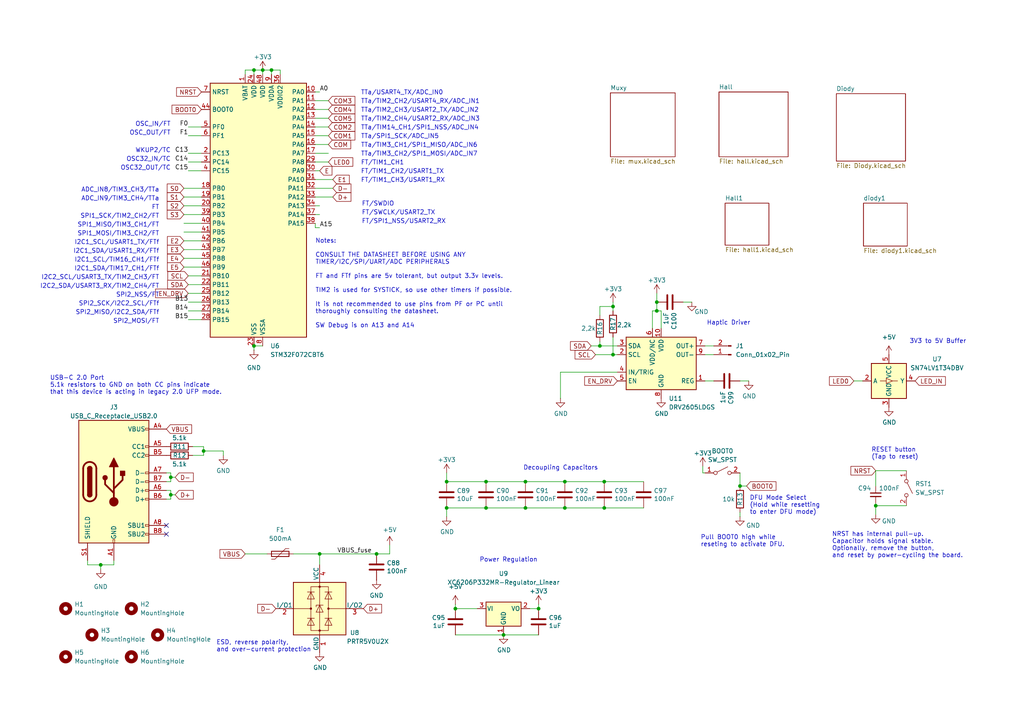
<source format=kicad_sch>
(kicad_sch (version 20231120) (generator "eeschema") (generator_version "8.0")
  (paper "A4")
  (lib_symbols
    (symbol "+5V_1" (power) (pin_names (offset 0))
      (property "Value" "+5V_1" (at 0 3.556 0))
      (symbol "+5V_1_0_1"
        (polyline (pts (xy -0.762 1.27) (xy 0 2.54)))
        (polyline (pts (xy 0 0) (xy 0 2.54)))
        (polyline (pts (xy 0 2.54) (xy 0.762 1.27)))
      )
      (symbol "+5V_1_1_1"
        (pin power_in line (at 0 0 90) (length 0) hide (name "+5V") (number "1"))
      )
    )
    (symbol "Connector:Conn_01x02_Pin" (pin_names (offset 1.016) hide)
      (property "Reference" "J" (at 0 2.54 0))
      (property "Value" "Conn_01x02_Pin" (at 0 -5.08 0))
      (symbol "Conn_01x02_Pin_1_1"
        (polyline (pts (xy 1.27 -2.54) (xy 0.8636 -2.54)) (stroke (width 0.1524)))
        (polyline (pts (xy 1.27 0) (xy 0.8636 0)) (stroke (width 0.1524)))
        (rectangle (start 0.8636 -2.413) (end 0 -2.667) (stroke (width 0.1524)) (fill (type outline)))
        (rectangle (start 0.8636 0.127) (end 0 -0.127) (stroke (width 0.1524)) (fill (type outline)))
        (pin passive line (at 5.08 0 180) (length 3.81) (name "Pin_1") (number "1"))
        (pin passive line (at 5.08 -2.54 180) (length 3.81) (name "Pin_2") (number "2"))
      )
    )
    (symbol "Connector:USB_C_Receptacle_USB2.0" (pin_names (offset 1.016))
      (property "Reference" "J" (at -10.16 19.05 0))
      (property "Value" "USB_C_Receptacle_USB2.0" (at 19.05 19.05 0))
      (symbol "USB_C_Receptacle_USB2.0_0_0"
        (rectangle (start -0.254 -17.78) (end 0.254 -16.764))
        (rectangle (start 10.16 -14.986) (end 9.144 -15.494))
        (rectangle (start 10.16 -12.446) (end 9.144 -12.954))
        (rectangle (start 10.16 -4.826) (end 9.144 -5.334))
        (rectangle (start 10.16 -2.286) (end 9.144 -2.794))
        (rectangle (start 10.16 0.254) (end 9.144 -0.254))
        (rectangle (start 10.16 2.794) (end 9.144 2.286))
        (rectangle (start 10.16 7.874) (end 9.144 7.366))
        (rectangle (start 10.16 10.414) (end 9.144 9.906))
        (rectangle (start 10.16 15.494) (end 9.144 14.986))
      )
      (symbol "USB_C_Receptacle_USB2.0_0_1"
        (rectangle (start -10.16 17.78) (end 10.16 -17.78) (stroke (width 0.254)) (fill (type background)))
        (arc (start -8.89 -3.81) (mid -6.985 -5.7067) (end -5.08 -3.81) (stroke (width 0.508)))
        (arc (start -7.62 -3.81) (mid -6.985 -4.4423) (end -6.35 -3.81) (stroke (width 0.254)))
        (arc (start -7.62 -3.81) (mid -6.985 -4.4423) (end -6.35 -3.81) (stroke (width 0.254)) (fill (type outline)))
        (rectangle (start -7.62 -3.81) (end -6.35 3.81) (stroke (width 0.254)) (fill (type outline)))
        (arc (start -6.35 3.81) (mid -6.985 4.4423) (end -7.62 3.81) (stroke (width 0.254)))
        (arc (start -6.35 3.81) (mid -6.985 4.4423) (end -7.62 3.81) (stroke (width 0.254)) (fill (type outline)))
        (arc (start -5.08 3.81) (mid -6.985 5.7067) (end -8.89 3.81) (stroke (width 0.508)))
        (circle (center -2.54 1.143) (radius 0.635) (stroke (width 0.254)) (fill (type outline)))
        (circle (center 0 -5.842) (radius 1.27) (fill (type outline)))
        (polyline (pts (xy -8.89 -3.81) (xy -8.89 3.81)) (stroke (width 0.508)))
        (polyline (pts (xy -5.08 3.81) (xy -5.08 -3.81)) (stroke (width 0.508)))
        (polyline (pts (xy 0 -5.842) (xy 0 4.318)) (stroke (width 0.508)))
        (polyline (pts (xy 0 -3.302) (xy -2.54 -0.762) (xy -2.54 0.508)) (stroke (width 0.508)))
        (polyline (pts (xy 0 -2.032) (xy 2.54 0.508) (xy 2.54 1.778)) (stroke (width 0.508)))
        (polyline (pts (xy -1.27 4.318) (xy 0 6.858) (xy 1.27 4.318) (xy -1.27 4.318)) (stroke (width 0.254)) (fill (type outline)))
        (rectangle (start 1.905 1.778) (end 3.175 3.048) (stroke (width 0.254)) (fill (type outline)))
      )
      (symbol "USB_C_Receptacle_USB2.0_1_1"
        (pin passive line (at 0 -22.86 90) (length 5.08) (name "GND") (number "A1"))
        (pin passive line (at 0 -22.86 90) (length 5.08) hide (name "GND") (number "A12"))
        (pin passive line (at 15.24 15.24 180) (length 5.08) (name "VBUS") (number "A4"))
        (pin bidirectional line (at 15.24 10.16 180) (length 5.08) (name "CC1") (number "A5"))
        (pin bidirectional line (at 15.24 -2.54 180) (length 5.08) (name "D+") (number "A6"))
        (pin bidirectional line (at 15.24 2.54 180) (length 5.08) (name "D-") (number "A7"))
        (pin bidirectional line (at 15.24 -12.7 180) (length 5.08) (name "SBU1") (number "A8"))
        (pin passive line (at 15.24 15.24 180) (length 5.08) hide (name "VBUS") (number "A9"))
        (pin passive line (at 0 -22.86 90) (length 5.08) hide (name "GND") (number "B1"))
        (pin passive line (at 0 -22.86 90) (length 5.08) hide (name "GND") (number "B12"))
        (pin passive line (at 15.24 15.24 180) (length 5.08) hide (name "VBUS") (number "B4"))
        (pin bidirectional line (at 15.24 7.62 180) (length 5.08) (name "CC2") (number "B5"))
        (pin bidirectional line (at 15.24 -5.08 180) (length 5.08) (name "D+") (number "B6"))
        (pin bidirectional line (at 15.24 0 180) (length 5.08) (name "D-") (number "B7"))
        (pin bidirectional line (at 15.24 -15.24 180) (length 5.08) (name "SBU2") (number "B8"))
        (pin passive line (at 15.24 15.24 180) (length 5.08) hide (name "VBUS") (number "B9"))
        (pin passive line (at -7.62 -22.86 90) (length 5.08) (name "SHIELD") (number "S1"))
      )
    )
    (symbol "Device:C" (pin_numbers hide) (pin_names (offset 0.254))
      (property "Reference" "C" (at 0.635 2.54 0))
      (property "Value" "C" (at 0.635 -2.54 0))
      (symbol "C_0_1"
        (polyline (pts (xy -2.032 -0.762) (xy 2.032 -0.762)) (stroke (width 0.508)))
        (polyline (pts (xy -2.032 0.762) (xy 2.032 0.762)) (stroke (width 0.508)))
      )
      (symbol "C_1_1"
        (pin passive line (at 0 3.81 270) (length 2.794) (name "~") (number "1"))
        (pin passive line (at 0 -3.81 90) (length 2.794) (name "~") (number "2"))
      )
    )
    (symbol "Device:C_Small" (pin_numbers hide) (pin_names (offset 0.254) hide)
      (property "Reference" "C" (at 0.254 1.778 0))
      (property "Value" "C_Small" (at 0.254 -2.032 0))
      (symbol "C_Small_0_1"
        (polyline (pts (xy -1.524 -0.508) (xy 1.524 -0.508)) (stroke (width 0.3302)))
        (polyline (pts (xy -1.524 0.508) (xy 1.524 0.508)) (stroke (width 0.3048)))
      )
      (symbol "C_Small_1_1"
        (pin passive line (at 0 2.54 270) (length 2.032) (name "~") (number "1"))
        (pin passive line (at 0 -2.54 90) (length 2.032) (name "~") (number "2"))
      )
    )
    (symbol "Device:Polyfuse" (pin_numbers hide) (pin_names (offset 0))
      (property "Reference" "F" (at -2.54 0 90))
      (property "Value" "Polyfuse" (at 2.54 0 90))
      (symbol "Polyfuse_0_1"
        (rectangle (start -0.762 2.54) (end 0.762 -2.54) (stroke (width 0.254)))
        (polyline (pts (xy 0 2.54) (xy 0 -2.54)))
        (polyline (pts (xy -1.524 2.54) (xy -1.524 1.524) (xy 1.524 -1.524) (xy 1.524 -2.54)))
      )
      (symbol "Polyfuse_1_1"
        (pin passive line (at 0 3.81 270) (length 1.27) (name "~") (number "1"))
        (pin passive line (at 0 -3.81 90) (length 1.27) (name "~") (number "2"))
      )
    )
    (symbol "Device:R" (pin_numbers hide) (pin_names (offset 0))
      (property "Reference" "R" (at 2.032 0 90))
      (property "Value" "R" (at 0 0 90))
      (symbol "R_0_1"
        (rectangle (start -1.016 -2.54) (end 1.016 2.54) (stroke (width 0.254)))
      )
      (symbol "R_1_1"
        (pin passive line (at 0 3.81 270) (length 1.27) (name "~") (number "1"))
        (pin passive line (at 0 -3.81 90) (length 1.27) (name "~") (number "2"))
      )
    )
    (symbol "Driver_Haptic:DRV2605LDGS"
      (property "Reference" "U" (at -10.16 8.255 0))
      (property "Value" "DRV2605LDGS" (at 2.54 -8.89 0))
      (symbol "DRV2605LDGS_0_1"
        (rectangle (start -10.16 7.62) (end 10.16 -7.62) (stroke (width 0.254)) (fill (type background)))
      )
      (symbol "DRV2605LDGS_1_1"
        (pin passive line (at 12.7 -5.08 180) (length 2.54) (name "REG") (number "1"))
        (pin power_in line (at 0 10.16 270) (length 2.54) (name "VDD") (number "10"))
        (pin input line (at -12.7 2.54 0) (length 2.54) (name "SCL") (number "2"))
        (pin bidirectional line (at -12.7 5.08 0) (length 2.54) (name "SDA") (number "3"))
        (pin input line (at -12.7 -2.54 0) (length 2.54) (name "IN/TRIG") (number "4"))
        (pin input line (at -12.7 -5.08 0) (length 2.54) (name "EN") (number "5"))
        (pin power_in line (at -2.54 10.16 270) (length 2.54) (name "VDD/NC") (number "6"))
        (pin output line (at 12.7 5.08 180) (length 2.54) (name "OUT+") (number "7"))
        (pin power_in line (at 0 -10.16 90) (length 2.54) (name "GND") (number "8"))
        (pin output line (at 12.7 2.54 180) (length 2.54) (name "OUT-") (number "9"))
      )
    )
    (symbol "Logic_LevelTranslator:SN74LV1T34DBV"
      (property "Reference" "U" (at 5.08 6.35 0))
      (property "Value" "SN74LV1T34DBV" (at 5.08 3.81 0))
      (symbol "SN74LV1T34DBV_0_1"
        (rectangle (start -5.08 5.08) (end 5.08 -5.08) (stroke (width 0.254)) (fill (type background)))
        (polyline (pts (xy -0.762 0) (xy -2.54 0)))
        (polyline (pts (xy 1.016 0) (xy 2.54 0)))
      )
      (symbol "SN74LV1T34DBV_1_1"
        (polyline (pts (xy -0.762 -0.762) (xy -0.762 0.762) (xy 1.016 0) (xy -0.762 -0.762)))
        (pin no_connect line (at -5.08 2.54 0) (length 2.54) hide (name "NC") (number "1"))
        (pin input line (at -7.62 0 0) (length 2.54) (name "A") (number "2"))
        (pin power_in line (at 0 -7.62 90) (length 2.54) (name "GND") (number "3"))
        (pin output line (at 7.62 0 180) (length 2.54) (name "Y") (number "4"))
        (pin power_in line (at 0 7.62 270) (length 2.54) (name "VCC") (number "5"))
      )
    )
    (symbol "MCU_ST_STM32F0:STM32F072CBTx"
      (property "Reference" "U" (at -12.7 39.37 0))
      (property "Value" "STM32F072CBTx" (at 10.16 39.37 0))
      (symbol "STM32F072CBTx_0_1"
        (rectangle (start -12.7 -35.56) (end 15.24 38.1) (stroke (width 0.254)) (fill (type background)))
      )
      (symbol "STM32F072CBTx_1_1"
        (pin power_in line (at -2.54 40.64 270) (length 2.54) (name "VBAT") (number "1"))
        (pin bidirectional line (at 17.78 35.56 180) (length 2.54) (name "PA0") (number "10"))
        (pin bidirectional line (at 17.78 33.02 180) (length 2.54) (name "PA1") (number "11"))
        (pin bidirectional line (at 17.78 30.48 180) (length 2.54) (name "PA2") (number "12"))
        (pin bidirectional line (at 17.78 27.94 180) (length 2.54) (name "PA3") (number "13"))
        (pin bidirectional line (at 17.78 25.4 180) (length 2.54) (name "PA4") (number "14"))
        (pin bidirectional line (at 17.78 22.86 180) (length 2.54) (name "PA5") (number "15"))
        (pin bidirectional line (at 17.78 20.32 180) (length 2.54) (name "PA6") (number "16"))
        (pin bidirectional line (at 17.78 17.78 180) (length 2.54) (name "PA7") (number "17"))
        (pin bidirectional line (at -15.24 7.62 0) (length 2.54) (name "PB0") (number "18"))
        (pin bidirectional line (at -15.24 5.08 0) (length 2.54) (name "PB1") (number "19"))
        (pin bidirectional line (at -15.24 17.78 0) (length 2.54) (name "PC13") (number "2"))
        (pin bidirectional line (at -15.24 2.54 0) (length 2.54) (name "PB2") (number "20"))
        (pin bidirectional line (at -15.24 -17.78 0) (length 2.54) (name "PB10") (number "21"))
        (pin bidirectional line (at -15.24 -20.32 0) (length 2.54) (name "PB11") (number "22"))
        (pin power_in line (at 0 -38.1 90) (length 2.54) (name "VSS") (number "23"))
        (pin power_in line (at 0 40.64 270) (length 2.54) (name "VDD") (number "24"))
        (pin bidirectional line (at -15.24 -22.86 0) (length 2.54) (name "PB12") (number "25"))
        (pin bidirectional line (at -15.24 -25.4 0) (length 2.54) (name "PB13") (number "26"))
        (pin bidirectional line (at -15.24 -27.94 0) (length 2.54) (name "PB14") (number "27"))
        (pin bidirectional line (at -15.24 -30.48 0) (length 2.54) (name "PB15") (number "28"))
        (pin bidirectional line (at 17.78 15.24 180) (length 2.54) (name "PA8") (number "29"))
        (pin bidirectional line (at -15.24 15.24 0) (length 2.54) (name "PC14") (number "3"))
        (pin bidirectional line (at 17.78 12.7 180) (length 2.54) (name "PA9") (number "30"))
        (pin bidirectional line (at 17.78 10.16 180) (length 2.54) (name "PA10") (number "31"))
        (pin bidirectional line (at 17.78 7.62 180) (length 2.54) (name "PA11") (number "32"))
        (pin bidirectional line (at 17.78 5.08 180) (length 2.54) (name "PA12") (number "33"))
        (pin bidirectional line (at 17.78 2.54 180) (length 2.54) (name "PA13") (number "34"))
        (pin passive line (at 0 -38.1 90) (length 2.54) hide (name "VSS") (number "35"))
        (pin power_in line (at 7.62 40.64 270) (length 2.54) (name "VDDIO2") (number "36"))
        (pin bidirectional line (at 17.78 0 180) (length 2.54) (name "PA14") (number "37"))
        (pin bidirectional line (at 17.78 -2.54 180) (length 2.54) (name "PA15") (number "38"))
        (pin bidirectional line (at -15.24 0 0) (length 2.54) (name "PB3") (number "39"))
        (pin bidirectional line (at -15.24 12.7 0) (length 2.54) (name "PC15") (number "4"))
        (pin bidirectional line (at -15.24 -2.54 0) (length 2.54) (name "PB4") (number "40"))
        (pin bidirectional line (at -15.24 -5.08 0) (length 2.54) (name "PB5") (number "41"))
        (pin bidirectional line (at -15.24 -7.62 0) (length 2.54) (name "PB6") (number "42"))
        (pin bidirectional line (at -15.24 -10.16 0) (length 2.54) (name "PB7") (number "43"))
        (pin input line (at -15.24 30.48 0) (length 2.54) (name "BOOT0") (number "44"))
        (pin bidirectional line (at -15.24 -12.7 0) (length 2.54) (name "PB8") (number "45"))
        (pin bidirectional line (at -15.24 -15.24 0) (length 2.54) (name "PB9") (number "46"))
        (pin passive line (at 0 -38.1 90) (length 2.54) hide (name "VSS") (number "47"))
        (pin power_in line (at 2.54 40.64 270) (length 2.54) (name "VDD") (number "48"))
        (pin bidirectional line (at -15.24 25.4 0) (length 2.54) (name "PF0") (number "5"))
        (pin bidirectional line (at -15.24 22.86 0) (length 2.54) (name "PF1") (number "6"))
        (pin input line (at -15.24 35.56 0) (length 2.54) (name "NRST") (number "7"))
        (pin power_in line (at 2.54 -38.1 90) (length 2.54) (name "VSSA") (number "8"))
        (pin power_in line (at 5.08 40.64 270) (length 2.54) (name "VDDA") (number "9"))
      )
    )
    (symbol "Mechanical:MountingHole" (pin_names (offset 1.016)) (exclude_from_sim yes) (in_bom no)
      (property "Reference" "H" (at 0 5.08 0))
      (property "Value" "MountingHole" (at 0 3.175 0))
      (symbol "MountingHole_0_1"
        (circle (center 0 0) (radius 1.27) (stroke (width 1.27)))
      )
    )
    (symbol "Power_Protection:PRTR5V0U2X" (pin_names (offset 0))
      (property "Reference" "D" (at 2.794 8.636 0))
      (property "Value" "PRTR5V0U2X" (at 8.128 -9.398 0))
      (symbol "PRTR5V0U2X_0_1"
        (rectangle (start -7.62 -7.62) (end 7.62 7.62) (stroke (width 0.254)) (fill (type background)))
        (circle (center -2.54 0) (radius 0.254) (fill (type outline)))
        (rectangle (start -2.54 6.35) (end 2.54 -6.35))
        (circle (center 0 -6.35) (radius 0.254) (fill (type outline)))
        (polyline (pts (xy -2.54 0) (xy -7.62 0)))
        (polyline (pts (xy -1.524 -2.794) (xy -3.556 -2.794)))
        (polyline (pts (xy -1.524 4.826) (xy -3.556 4.826)))
        (polyline (pts (xy 0 -7.62) (xy 0 7.62)))
        (polyline (pts (xy 1.524 -2.794) (xy 3.556 -2.794)))
        (polyline (pts (xy 1.524 4.826) (xy 3.556 4.826)))
        (polyline (pts (xy 2.54 0) (xy 7.62 0)))
        (polyline (pts (xy 1.016 1.016) (xy -1.016 1.016) (xy -1.016 0.508)))
        (polyline (pts (xy -3.556 -4.826) (xy -1.524 -4.826) (xy -2.54 -2.794) (xy -3.556 -4.826)))
        (polyline (pts (xy -3.556 2.794) (xy -1.524 2.794) (xy -2.54 4.826) (xy -3.556 2.794)))
        (polyline (pts (xy -1.016 -1.016) (xy 1.016 -1.016) (xy 0 1.016) (xy -1.016 -1.016)))
        (polyline (pts (xy 3.556 -4.826) (xy 1.524 -4.826) (xy 2.54 -2.794) (xy 3.556 -4.826)))
        (polyline (pts (xy 3.556 2.794) (xy 1.524 2.794) (xy 2.54 4.826) (xy 3.556 2.794)))
        (circle (center 0 6.35) (radius 0.254) (fill (type outline)))
        (circle (center 2.54 0) (radius 0.254) (fill (type outline)))
      )
      (symbol "PRTR5V0U2X_1_1"
        (pin passive line (at 0 -12.7 90) (length 5.08) (name "GND") (number "1"))
        (pin passive line (at -12.7 0 0) (length 5.08) (name "I/O1") (number "2"))
        (pin passive line (at 12.7 0 180) (length 5.08) (name "I/O2") (number "3"))
        (pin passive line (at 0 12.7 270) (length 5.08) (name "VCC") (number "4"))
      )
    )
    (symbol "Switch:SW_SPST" (pin_names (offset 0) hide)
      (property "Reference" "SW" (at 0 3.175 0))
      (property "Value" "SW_SPST" (at 0 -2.54 0))
      (symbol "SW_SPST_0_0"
        (circle (center -2.032 0) (radius 0.508))
        (polyline (pts (xy -1.524 0.254) (xy 1.524 1.778)))
        (circle (center 2.032 0) (radius 0.508))
      )
      (symbol "SW_SPST_1_1"
        (pin passive line (at -5.08 0 0) (length 2.54) (name "A") (number "1"))
        (pin passive line (at 5.08 0 180) (length 2.54) (name "B") (number "2"))
      )
    )
    (symbol "kicad-keyboard-parts:XC6206PxxxMR-Regulator_Linear" (pin_names (offset 0.254))
      (property "Reference" "U" (at -3.81 3.175 0))
      (property "Value" "XC6206PxxxMR-Regulator_Linear" (at 0 3.175 0))
      (property "LCSC" "C5446" (at 0 0 0))
      (symbol "XC6206PxxxMR-Regulator_Linear_0_1"
        (rectangle (start -5.08 1.905) (end 5.08 -5.08) (stroke (width 0.254)) (fill (type background)))
      )
      (symbol "XC6206PxxxMR-Regulator_Linear_1_1"
        (pin power_in line (at 0 -7.62 90) (length 2.54) (name "GND") (number "1"))
        (pin power_out line (at 7.62 0 180) (length 2.54) (name "VO") (number "2"))
        (pin power_in line (at -7.62 0 0) (length 2.54) (name "VI") (number "3"))
      )
    )
    (symbol "power:+3V3" (power) (pin_names (offset 0))
      (property "Value" "+3V3" (at 0 3.556 0))
      (symbol "+3V3_0_1"
        (polyline (pts (xy -0.762 1.27) (xy 0 2.54)))
        (polyline (pts (xy 0 0) (xy 0 2.54)))
        (polyline (pts (xy 0 2.54) (xy 0.762 1.27)))
      )
      (symbol "+3V3_1_1"
        (pin power_in line (at 0 0 90) (length 0) hide (name "+3V3") (number "1"))
      )
    )
    (symbol "power:+5V" (power) (pin_numbers hide) (pin_names (offset 0) hide)
      (property "Value" "+5V" (at 0 3.556 0))
      (symbol "+5V_0_1"
        (polyline (pts (xy -0.762 1.27) (xy 0 2.54)))
        (polyline (pts (xy 0 0) (xy 0 2.54)))
        (polyline (pts (xy 0 2.54) (xy 0.762 1.27)))
      )
      (symbol "+5V_1_1"
        (pin power_in line (at 0 0 90) (length 0) (name "~") (number "1"))
      )
    )
    (symbol "power:GND" (power) (pin_numbers hide) (pin_names (offset 0) hide)
      (property "Value" "GND" (at 0 -3.81 0))
      (symbol "GND_0_1"
        (polyline (pts (xy 0 0) (xy 0 -1.27) (xy 1.27 -1.27) (xy 0 -2.54) (xy -1.27 -1.27) (xy 0 -1.27)))
      )
      (symbol "GND_1_1"
        (pin power_in line (at 0 0 270) (length 0) (name "~") (number "1"))
      )
    )
  )
  (junction (at 49.53 143.51))
  (junction (at 29.21 163.83))
  (junction (at 129.54 139.7))
  (junction (at 132.08 176.53))
  (junction (at 156.21 176.53))
  (junction (at 177.8 88.9))
  (junction (at 254 146.685))
  (junction (at 78.74 20.32))
  (junction (at 214.63 140.97))
  (junction (at 177.8 102.87))
  (junction (at 49.53 138.43))
  (junction (at 73.66 20.32))
  (junction (at 109.22 160.655))
  (junction (at 92.71 160.655))
  (junction (at 59.055 130.81))
  (junction (at 152.4 139.7))
  (junction (at 163.83 147.32))
  (junction (at 140.97 147.32))
  (junction (at 129.54 147.32))
  (junction (at 175.26 139.7))
  (junction (at 190.5 90.17))
  (junction (at 73.66 100.33))
  (junction (at 140.97 139.7))
  (junction (at 175.26 147.32))
  (junction (at 190.5 87.63))
  (junction (at 76.2 20.32))
  (junction (at 146.05 184.15))
  (junction (at 152.4 147.32))
  (junction (at 173.99 100.33))
  (junction (at 163.83 139.7))
  (no_connect (at 48.26 154.94))
  (no_connect (at 48.26 152.4))
  (wire (pts (xy 254 146.685) (xy 254 146.05)))
  (wire (pts (xy 71.12 160.655) (xy 77.47 160.655)))
  (wire (pts (xy 162.56 115.57) (xy 162.56 107.95)))
  (wire (pts (xy 96.52 54.61) (xy 91.44 54.61)))
  (wire (pts (xy 91.44 44.45) (xy 95.25 44.45)))
  (wire (pts (xy 214.63 140.97) (xy 216.535 140.97)))
  (wire (pts (xy 55.88 132.08) (xy 59.055 132.08)))
  (wire (pts (xy 53.34 77.47) (xy 58.42 77.47)))
  (wire (pts (xy 29.21 163.83) (xy 33.02 163.83)))
  (wire (pts (xy 254 149.225) (xy 254 146.685)))
  (wire (pts (xy 177.8 102.87) (xy 179.07 102.87)))
  (wire (pts (xy 214.63 148.59) (xy 214.63 149.86)))
  (wire (pts (xy 54.61 39.37) (xy 58.42 39.37)))
  (wire (pts (xy 71.12 20.32) (xy 73.66 20.32)))
  (wire (pts (xy 91.44 36.83) (xy 95.25 36.83)))
  (wire (pts (xy 162.56 107.95) (xy 179.07 107.95)))
  (wire (pts (xy 53.34 54.61) (xy 58.42 54.61)))
  (wire (pts (xy 171.45 100.33) (xy 173.99 100.33)))
  (wire (pts (xy 59.055 132.08) (xy 59.055 130.81)))
  (wire (pts (xy 189.23 90.17) (xy 190.5 90.17)))
  (wire (pts (xy 204.47 102.87) (xy 207.01 102.87)))
  (wire (pts (xy 91.44 39.37) (xy 95.25 39.37)))
  (wire (pts (xy 54.61 46.99) (xy 58.42 46.99)))
  (wire (pts (xy 81.28 20.32) (xy 81.28 21.59)))
  (wire (pts (xy 153.67 176.53) (xy 156.21 176.53)))
  (wire (pts (xy 53.34 57.15) (xy 58.42 57.15)))
  (wire (pts (xy 214.63 110.49) (xy 217.17 110.49)))
  (wire (pts (xy 152.4 139.7) (xy 140.97 139.7)))
  (wire (pts (xy 76.2 20.32) (xy 76.2 21.59)))
  (wire (pts (xy 49.53 138.43) (xy 49.53 139.7)))
  (wire (pts (xy 173.99 100.33) (xy 179.07 100.33)))
  (wire (pts (xy 71.12 20.32) (xy 71.12 21.59)))
  (wire (pts (xy 132.08 176.53) (xy 138.43 176.53)))
  (wire (pts (xy 49.53 137.16) (xy 49.53 138.43)))
  (wire (pts (xy 203.835 137.16) (xy 203.835 135.255)))
  (wire (pts (xy 54.61 36.83) (xy 58.42 36.83)))
  (wire (pts (xy 129.54 149.86) (xy 129.54 147.32)))
  (wire (pts (xy 156.21 175.26) (xy 156.21 176.53)))
  (wire (pts (xy 92.71 160.655) (xy 109.22 160.655)))
  (wire (pts (xy 54.61 87.63) (xy 58.42 87.63)))
  (wire (pts (xy 92.71 49.53) (xy 91.44 49.53)))
  (wire (pts (xy 163.83 147.32) (xy 175.26 147.32)))
  (wire (pts (xy 177.8 97.79) (xy 177.8 102.87)))
  (wire (pts (xy 175.26 147.32) (xy 186.69 147.32)))
  (wire (pts (xy 64.77 130.81) (xy 64.77 132.08)))
  (wire (pts (xy 254 136.525) (xy 254 140.97)))
  (wire (pts (xy 91.44 31.75) (xy 95.25 31.75)))
  (wire (pts (xy 49.53 142.24) (xy 49.53 143.51)))
  (wire (pts (xy 91.44 46.99) (xy 95.25 46.99)))
  (wire (pts (xy 91.44 34.29) (xy 95.25 34.29)))
  (wire (pts (xy 109.22 160.655) (xy 113.03 160.655)))
  (wire (pts (xy 140.97 139.7) (xy 129.54 139.7)))
  (wire (pts (xy 173.99 99.06) (xy 173.99 100.33)))
  (wire (pts (xy 140.97 147.32) (xy 129.54 147.32)))
  (wire (pts (xy 91.44 66.04) (xy 91.44 64.77)))
  (wire (pts (xy 53.34 59.69) (xy 58.42 59.69)))
  (wire (pts (xy 152.4 147.32) (xy 140.97 147.32)))
  (wire (pts (xy 146.05 184.15) (xy 132.08 184.15)))
  (wire (pts (xy 177.8 87.63) (xy 177.8 88.9)))
  (wire (pts (xy 173.99 91.44) (xy 173.99 88.9)))
  (wire (pts (xy 53.34 64.77) (xy 58.42 64.77)))
  (wire (pts (xy 152.4 147.32) (xy 163.83 147.32)))
  (wire (pts (xy 78.74 20.32) (xy 78.74 21.59)))
  (wire (pts (xy 250.19 110.49) (xy 247.65 110.49)))
  (wire (pts (xy 91.44 57.15) (xy 96.52 57.15)))
  (wire (pts (xy 254 136.525) (xy 262.89 136.525)))
  (wire (pts (xy 48.26 144.78) (xy 49.53 144.78)))
  (wire (pts (xy 152.4 139.7) (xy 163.83 139.7)))
  (wire (pts (xy 113.03 158.115) (xy 113.03 160.655)))
  (wire (pts (xy 53.34 62.23) (xy 58.42 62.23)))
  (wire (pts (xy 73.66 20.32) (xy 76.2 20.32)))
  (wire (pts (xy 59.055 130.81) (xy 64.77 130.81)))
  (wire (pts (xy 92.71 59.69) (xy 91.44 59.69)))
  (wire (pts (xy 191.77 90.17) (xy 190.5 90.17)))
  (wire (pts (xy 53.34 69.85) (xy 58.42 69.85)))
  (wire (pts (xy 163.83 139.7) (xy 175.26 139.7)))
  (wire (pts (xy 73.66 101.6) (xy 73.66 100.33)))
  (wire (pts (xy 92.71 160.655) (xy 92.71 163.83)))
  (wire (pts (xy 48.26 142.24) (xy 49.53 142.24)))
  (wire (pts (xy 49.53 144.78) (xy 49.53 143.51)))
  (wire (pts (xy 25.4 163.83) (xy 29.21 163.83)))
  (wire (pts (xy 59.055 130.81) (xy 59.055 129.54)))
  (wire (pts (xy 91.44 29.21) (xy 95.25 29.21)))
  (wire (pts (xy 73.66 100.33) (xy 76.2 100.33)))
  (wire (pts (xy 78.74 20.32) (xy 81.28 20.32)))
  (wire (pts (xy 173.99 88.9) (xy 177.8 88.9)))
  (wire (pts (xy 25.4 162.56) (xy 25.4 163.83)))
  (wire (pts (xy 53.34 72.39) (xy 58.42 72.39)))
  (wire (pts (xy 78.74 20.32) (xy 76.2 20.32)))
  (wire (pts (xy 92.71 26.67) (xy 91.44 26.67)))
  (wire (pts (xy 54.61 80.01) (xy 58.42 80.01)))
  (wire (pts (xy 189.23 95.25) (xy 189.23 90.17)))
  (wire (pts (xy 92.71 62.23) (xy 91.44 62.23)))
  (wire (pts (xy 85.09 160.655) (xy 92.71 160.655)))
  (wire (pts (xy 200.66 87.63) (xy 198.12 87.63)))
  (wire (pts (xy 204.47 110.49) (xy 207.01 110.49)))
  (wire (pts (xy 54.61 44.45) (xy 58.42 44.45)))
  (wire (pts (xy 48.26 139.7) (xy 49.53 139.7)))
  (wire (pts (xy 254 146.685) (xy 262.89 146.685)))
  (wire (pts (xy 49.53 143.51) (xy 50.8 143.51)))
  (wire (pts (xy 54.61 92.71) (xy 58.42 92.71)))
  (wire (pts (xy 190.5 85.09) (xy 190.5 87.63)))
  (wire (pts (xy 132.08 175.26) (xy 132.08 176.53)))
  (wire (pts (xy 73.66 20.32) (xy 73.66 21.59)))
  (wire (pts (xy 204.47 137.16) (xy 203.835 137.16)))
  (wire (pts (xy 54.61 82.55) (xy 58.42 82.55)))
  (wire (pts (xy 53.34 67.31) (xy 58.42 67.31)))
  (wire (pts (xy 190.5 87.63) (xy 190.5 90.17)))
  (wire (pts (xy 214.63 137.16) (xy 214.63 140.97)))
  (wire (pts (xy 54.61 85.09) (xy 58.42 85.09)))
  (wire (pts (xy 191.77 95.25) (xy 191.77 90.17)))
  (wire (pts (xy 175.26 139.7) (xy 186.69 139.7)))
  (wire (pts (xy 49.53 138.43) (xy 50.8 138.43)))
  (wire (pts (xy 91.44 52.07) (xy 96.52 52.07)))
  (wire (pts (xy 29.21 165.1) (xy 29.21 163.83)))
  (wire (pts (xy 172.72 102.87) (xy 177.8 102.87)))
  (wire (pts (xy 204.47 100.33) (xy 207.01 100.33)))
  (wire (pts (xy 53.34 74.93) (xy 58.42 74.93)))
  (wire (pts (xy 146.05 184.15) (xy 156.21 184.15)))
  (wire (pts (xy 55.88 129.54) (xy 59.055 129.54)))
  (wire (pts (xy 33.02 163.83) (xy 33.02 162.56)))
  (wire (pts (xy 54.61 90.17) (xy 58.42 90.17)))
  (wire (pts (xy 48.26 137.16) (xy 49.53 137.16)))
  (wire (pts (xy 177.8 88.9) (xy 177.8 90.17)))
  (wire (pts (xy 92.71 66.04) (xy 91.44 66.04)))
  (wire (pts (xy 54.61 49.53) (xy 58.42 49.53)))
  (wire (pts (xy 91.44 41.91) (xy 95.25 41.91)))
  (wire (pts (xy 129.54 137.16) (xy 129.54 139.7)))
  (text "TTa/SPI1_SCK/ADC_IN5" (at 104.648 40.386 0) (effects (font (size 1.27 1.27)) (justify left bottom)))
  (text "SPI2_MOSI/FT" (at 46.228 93.98 0) (effects (font (size 1.27 1.27)) (justify right bottom)))
  (text "TTa/USART4_TX/ADC_IN0" (at 104.648 27.686 0) (effects (font (size 1.27 1.27)) (justify left bottom)))
  (text "ADC_IN9/TIM3_CH4/TTa" (at 46.228 58.42 0) (effects (font (size 1.27 1.27)) (justify right bottom)))
  (text "TTa/TIM3_CH1/SPI1_MISO/ADC_IN6" (at 104.648 42.926 0) (effects (font (size 1.27 1.27)) (justify left bottom)))
  (text "3V3 to 5V Buffer" (at 272.034 99.06 0) (effects (font (size 1.27 1.27))))
  (text "I2C1_SDA/TIM17_CH1/FTf" (at 46.228 78.74 0) (effects (font (size 1.27 1.27)) (justify right bottom)))
  (text "WKUP2/TC" (at 49.53 44.45 0) (effects (font (size 1.27 1.27)) (justify right bottom)))
  (text "Notes:\n\nCONSULT THE DATASHEET BEFORE USING ANY \nTIMER/I2C/SPI/UART/ADC PERIPHERALS\n\nFT and FTf pins are 5v tolerant, but output 3.3v levels.\n\nTIM2 is used for SYSTICK, so use other timers if possible.\n\nIt is not recommended to use pins from PF or PC until\nthoroughly consulting the datasheet.\n\nSW Debug is on A13 and A14" (at 91.44 95.25 0) (effects (font (size 1.27 1.27)) (justify left bottom)))
  (text "TTa/TIM2_CH3/USART2_TX/ADC_IN2" (at 104.648 32.766 0) (effects (font (size 1.27 1.27)) (justify left bottom)))
  (text "FT" (at 46.228 60.96 0) (effects (font (size 1.27 1.27)) (justify right bottom)))
  (text "I2C2_SDA/USART3_RX/TIM2_CH4/FT" (at 46.228 83.82 0) (effects (font (size 1.27 1.27)) (justify right bottom)))
  (text "SPI2_NSS/FT" (at 46.228 86.36 0) (effects (font (size 1.27 1.27)) (justify right bottom)))
  (text "TTa/TIM3_CH2/SPI1_MOSI/ADC_IN7" (at 104.648 45.466 0) (effects (font (size 1.27 1.27)) (justify left bottom)))
  (text "SPI1_SCK/TIM2_CH2/FT" (at 46.228 63.5 0) (effects (font (size 1.27 1.27)) (justify right bottom)))
  (text "TTa/TIM2_CH2/USART4_RX/ADC_IN1" (at 104.648 30.226 0) (effects (font (size 1.27 1.27)) (justify left bottom)))
  (text "Decoupling Capacitors" (at 151.765 136.525 0) (effects (font (size 1.27 1.27)) (justify left bottom)))
  (text "FT/TIM1_CH2/USART1_TX" (at 104.648 50.546 0) (effects (font (size 1.27 1.27)) (justify left bottom)))
  (text "Pull BOOT0 high while \nreseting to activate DFU." (at 203.2 158.75 0) (effects (font (size 1.27 1.27)) (justify left bottom)))
  (text "SPI2_SCK/I2C2_SCL/FTf" (at 46.228 88.9 0) (effects (font (size 1.27 1.27)) (justify right bottom)))
  (text "FT/SPI1_NSS/USART2_RX" (at 104.902 65.024 0) (effects (font (size 1.27 1.27)) (justify left bottom)))
  (text "SPI1_MISO/TIM3_CH1/FT" (at 46.228 66.04 0) (effects (font (size 1.27 1.27)) (justify right bottom)))
  (text "FT/SWDIO" (at 104.902 59.944 0) (effects (font (size 1.27 1.27)) (justify left bottom)))
  (text "ADC_IN8/TIM3_CH3/TTa" (at 46.228 55.88 0) (effects (font (size 1.27 1.27)) (justify right bottom)))
  (text "DFU Mode Select\n(Hold while resetting\nto enter DFU mode)" (at 217.424 149.352 0) (effects (font (size 1.27 1.27)) (justify left bottom)))
  (text "I2C1_SCL/TIM16_CH1/FTf" (at 46.228 76.2 0) (effects (font (size 1.27 1.27)) (justify right bottom)))
  (text "FT/TIM1_CH1" (at 104.648 48.006 0) (effects (font (size 1.27 1.27)) (justify left bottom)))
  (text "ESD, reverse polarity,\nand over-current protection" (at 62.738 189.23 0) (effects (font (size 1.27 1.27)) (justify left bottom)))
  (text "OSC_OUT/FT" (at 49.53 39.37 0) (effects (font (size 1.27 1.27)) (justify right bottom)))
  (text "NRST has internal pull-up.\nCapacitor holds signal stable.\nOptionally, remove the button,\nand reset by power-cycling the board." (at 241.3 161.925 0) (effects (font (size 1.27 1.27)) (justify left bottom)))
  (text "I2C1_SCL/USART1_TX/FTf" (at 46.228 71.12 0) (effects (font (size 1.27 1.27)) (justify right bottom)))
  (text "I2C1_SDA/USART1_RX/FTf" (at 46.228 73.66 0) (effects (font (size 1.27 1.27)) (justify right bottom)))
  (text "SPI1_MOSI/TIM3_CH2/FT" (at 46.228 68.58 0) (effects (font (size 1.27 1.27)) (justify right bottom)))
  (text "Power Regulation" (at 139.065 163.195 0) (effects (font (size 1.27 1.27)) (justify left bottom)))
  (text "Haptic Driver" (at 211.328 93.726 0) (effects (font (size 1.27 1.27))))
  (text "FT/TIM1_CH3/USART1_RX" (at 104.648 53.086 0) (effects (font (size 1.27 1.27)) (justify left bottom)))
  (text "USB-C 2.0 Port\n5.1k resistors to GND on both CC pins indicate\nthat this device is acting in legacy 2.0 UFP mode." (at 14.478 114.554 0) (effects (font (size 1.27 1.27)) (justify left bottom)))
  (text "SPI2_MISO/I2C2_SDA/FTf" (at 46.228 91.44 0) (effects (font (size 1.27 1.27)) (justify right bottom)))
  (text "OSC_IN/FT" (at 49.53 36.83 0) (effects (font (size 1.27 1.27)) (justify right bottom)))
  (text "RESET button\n(Tap to reset)" (at 252.73 133.35 0) (effects (font (size 1.27 1.27)) (justify left bottom)))
  (text "I2C2_SCL/USART3_TX/TIM2_CH3/FT" (at 46.228 81.28 0) (effects (font (size 1.27 1.27)) (justify right bottom)))
  (text "OSC32_IN/TC" (at 49.53 46.99 0) (effects (font (size 1.27 1.27)) (justify right bottom)))
  (text "OSC32_OUT/TC" (at 49.53 49.53 0) (effects (font (size 1.27 1.27)) (justify right bottom)))
  (text "TTa/TIM2_CH4/USART2_RX/ADC_IN3" (at 104.648 35.306 0) (effects (font (size 1.27 1.27)) (justify left bottom)))
  (text "FT/SWCLK/USART2_TX" (at 104.902 62.484 0) (effects (font (size 1.27 1.27)) (justify left bottom)))
  (text "TTa/TIM14_CH1/SPI1_NSS/ADC_IN4" (at 104.648 37.846 0) (effects (font (size 1.27 1.27)) (justify left bottom)))
  (label "C15" (at 54.61 49.53 180))
  (label "C14" (at 54.61 46.99 180))
  (label "A15" (at 92.71 66.04 0))
  (label "C13" (at 54.61 44.45 180))
  (label "B15" (at 54.61 92.71 180))
  (label "F1" (at 54.61 39.37 180))
  (label "B14" (at 54.61 90.17 180))
  (label "B13" (at 54.61 87.63 180))
  (label "VBUS_fuse" (at 97.79 160.655 0))
  (label "A0" (at 92.71 26.67 0))
  (label "F0" (at 54.61 36.83 180))
  (global_label "S1" (shape input) (at 53.34 57.15 180) (property "Intersheetrefs" "${INTERSHEET_REFS}" (effects (hide yes))))
  (global_label "D+" (shape input) (at 50.8 143.51 0) (property "Intersheetrefs" "${INTERSHEET_REFS}" (effects (hide yes))))
  (global_label "E4" (shape input) (at 53.34 74.93 180) (property "Intersheetrefs" "${INTERSHEET_REFS}" (effects (hide yes))))
  (global_label "NRST" (shape input) (at 58.42 26.67 180) (property "Intersheetrefs" "${INTERSHEET_REFS}" (effects (hide yes))))
  (global_label "E1" (shape input) (at 96.52 52.07 0) (property "Intersheetrefs" "${INTERSHEET_REFS}" (effects (hide yes))))
  (global_label "LED_IN" (shape input) (at 265.43 110.49 0) (property "Intersheetrefs" "${INTERSHEET_REFS}" (effects (hide yes))))
  (global_label "COM5" (shape input) (at 95.25 34.29 0) (property "Intersheetrefs" "${INTERSHEET_REFS}" (effects (hide yes))))
  (global_label "S2" (shape input) (at 53.34 59.69 180) (property "Intersheetrefs" "${INTERSHEET_REFS}" (effects (hide yes))))
  (global_label "COM3" (shape input) (at 95.25 29.21 0) (property "Intersheetrefs" "${INTERSHEET_REFS}" (effects (hide yes))))
  (global_label "COM1" (shape input) (at 95.25 39.37 0) (property "Intersheetrefs" "${INTERSHEET_REFS}" (effects (hide yes))))
  (global_label "VBUS" (shape input) (at 48.26 124.46 0) (property "Intersheetrefs" "${INTERSHEET_REFS}" (effects (hide yes))))
  (global_label "EN_DRV" (shape input) (at 179.07 110.49 180) (property "Intersheetrefs" "${INTERSHEET_REFS}" (effects (hide yes))))
  (global_label "D+" (shape input) (at 96.52 57.15 0) (property "Intersheetrefs" "${INTERSHEET_REFS}" (effects (hide yes))))
  (global_label "E5" (shape input) (at 53.34 77.47 180) (property "Intersheetrefs" "${INTERSHEET_REFS}" (effects (hide yes))))
  (global_label "COM2" (shape input) (at 95.25 36.83 0) (property "Intersheetrefs" "${INTERSHEET_REFS}" (effects (hide yes))))
  (global_label "LED0" (shape input) (at 247.65 110.49 180) (property "Intersheetrefs" "${INTERSHEET_REFS}" (effects (hide yes))))
  (global_label "SDA" (shape input) (at 171.45 100.33 180) (property "Intersheetrefs" "${INTERSHEET_REFS}" (effects (hide yes))))
  (global_label "D-" (shape input) (at 80.01 176.53 180) (property "Intersheetrefs" "${INTERSHEET_REFS}" (effects (hide yes))))
  (global_label "COM4" (shape input) (at 95.25 31.75 0) (property "Intersheetrefs" "${INTERSHEET_REFS}" (effects (hide yes))))
  (global_label "SCL" (shape input) (at 54.61 80.01 180) (property "Intersheetrefs" "${INTERSHEET_REFS}" (effects (hide yes))))
  (global_label "SDA" (shape input) (at 54.61 82.55 180) (property "Intersheetrefs" "${INTERSHEET_REFS}" (effects (hide yes))))
  (global_label "S0" (shape input) (at 53.34 54.61 180) (property "Intersheetrefs" "${INTERSHEET_REFS}" (effects (hide yes))))
  (global_label "E" (shape input) (at 92.71 49.53 0) (property "Intersheetrefs" "${INTERSHEET_REFS}" (effects (hide yes))))
  (global_label "D+" (shape input) (at 105.41 176.53 0) (property "Intersheetrefs" "${INTERSHEET_REFS}" (effects (hide yes))))
  (global_label "S3" (shape input) (at 53.34 62.23 180) (property "Intersheetrefs" "${INTERSHEET_REFS}" (effects (hide yes))))
  (global_label "D-" (shape input) (at 96.52 54.61 0) (property "Intersheetrefs" "${INTERSHEET_REFS}" (effects (hide yes))))
  (global_label "D-" (shape input) (at 50.8 138.43 0) (property "Intersheetrefs" "${INTERSHEET_REFS}" (effects (hide yes))))
  (global_label "E2" (shape input) (at 53.34 69.85 180) (property "Intersheetrefs" "${INTERSHEET_REFS}" (effects (hide yes))))
  (global_label "VBUS" (shape input) (at 71.12 160.655 180) (property "Intersheetrefs" "${INTERSHEET_REFS}" (effects (hide yes))))
  (global_label "BOOT0" (shape input) (at 58.42 31.75 180) (property "Intersheetrefs" "${INTERSHEET_REFS}" (effects (hide yes))))
  (global_label "E3" (shape input) (at 53.34 72.39 180) (property "Intersheetrefs" "${INTERSHEET_REFS}" (effects (hide yes))))
  (global_label "LED0" (shape input) (at 95.25 46.99 0) (property "Intersheetrefs" "${INTERSHEET_REFS}" (effects (hide yes))))
  (global_label "SCL" (shape input) (at 172.72 102.87 180) (property "Intersheetrefs" "${INTERSHEET_REFS}" (effects (hide yes))))
  (global_label "COM" (shape input) (at 95.25 41.91 0) (property "Intersheetrefs" "${INTERSHEET_REFS}" (effects (hide yes))))
  (global_label "BOOT0" (shape input) (at 216.535 140.97 0) (property "Intersheetrefs" "${INTERSHEET_REFS}" (effects (hide yes))))
  (global_label "EN_DRV" (shape input) (at 54.61 85.09 180) (property "Intersheetrefs" "${INTERSHEET_REFS}" (effects (hide yes))))
  (global_label "NRST" (shape input) (at 254 136.525 180) (property "Intersheetrefs" "${INTERSHEET_REFS}" (effects (hide yes))))
  (symbol (lib_id "power:GND") (at 73.66 101.6 0) (unit 1)
    (property "Reference" "#PWR0167" (effects (hide yes)))
    (property "Value" "GND" (at 73.66 106.68 0))
  )
  (symbol (lib_id "Device:C") (at 194.31 87.63 270) (unit 1)
    (property "Reference" "C100" (at 195.4784 90.551 0) (effects (justify left)))
    (property "Value" "1uF" (at 193.167 90.551 0) (effects (justify left)))
    (property "Footprint" "Capacitor_SMD:C_0402_1005Metric" (effects (hide yes)))
    (property "LCSC" "C307331" (effects (hide yes)))
  )
  (symbol (lib_id "Device:C") (at 109.22 164.465 0) (unit 1)
    (property "Reference" "C88" (at 112.141 163.2966 0) (effects (justify left)))
    (property "Value" "100nF" (at 112.141 165.608 0) (effects (justify left)))
    (property "Footprint" "Capacitor_SMD:C_0402_1005Metric" (effects (hide yes)))
    (property "LCSC" "C307331" (effects (hide yes)))
  )
  (symbol (lib_id "Device:C") (at 163.83 143.51 0) (unit 1)
    (property "Reference" "C92" (at 166.751 142.3416 0) (effects (justify left)))
    (property "Value" "100nF" (at 166.751 144.653 0) (effects (justify left)))
    (property "Footprint" "Capacitor_SMD:C_0402_1005Metric" (effects (hide yes)))
    (property "LCSC" "C307331" (effects (hide yes)))
  )
  (symbol (lib_id "Connector:Conn_01x02_Pin") (at 212.09 102.87 180) (unit 1)
    (property "Reference" "J1" (at 213.36 100.3299 0) (effects (justify right)))
    (property "Value" "Conn_01x02_Pin" (at 213.36 102.8699 0) (effects (justify right)))
    (property "Footprint" "Connector_PinHeader_2.54mm:PinHeader_1x02_P2.54mm_Vertical" (effects (hide yes)))
    (property "Description" "Generic connector, single row, 01x02, script generated" (effects (hide yes)))
  )
  (symbol (lib_id "Device:R") (at 214.63 144.78 0) (unit 1)
    (property "Reference" "R13" (at 214.63 144.78 90))
    (property "Value" "10k" (at 211.328 144.78 0))
    (property "Footprint" "Resistor_SMD:R_0402_1005Metric" (effects (hide yes)))
  )
  (symbol (lib_id "Device:R") (at 177.8 93.98 0) (unit 1)
    (property "Reference" "R17" (at 177.8 93.98 90))
    (property "Value" "2,2k" (at 181.102 94.234 0))
    (property "Footprint" "Resistor_SMD:R_0402_1005Metric" (effects (hide yes)))
  )
  (symbol (lib_name "+5V_1") (lib_id "power:+5V") (at 113.03 158.115 0) (unit 1)
    (property "Reference" "#PWR0173" (effects (hide yes)))
    (property "Value" "+5V" (at 113.03 153.67 0))
  )
  (symbol (lib_id "power:GND") (at 129.54 149.86 0) (unit 1)
    (property "Reference" "#PWR0176" (effects (hide yes)))
    (property "Value" "GND" (at 129.667 154.2542 0))
  )
  (symbol (lib_id "Device:C") (at 186.69 143.51 0) (unit 1)
    (property "Reference" "C97" (at 189.611 142.3416 0) (effects (justify left)))
    (property "Value" "100nF" (at 189.611 144.653 0) (effects (justify left)))
    (property "Footprint" "Capacitor_SMD:C_0402_1005Metric" (effects (hide yes)))
    (property "LCSC" "C307331" (effects (hide yes)))
  )
  (symbol (lib_id "Device:C") (at 129.54 143.51 0) (unit 1)
    (property "Reference" "C89" (at 132.461 142.3416 0) (effects (justify left)))
    (property "Value" "10uF" (at 132.461 144.653 0) (effects (justify left)))
    (property "Footprint" "Capacitor_SMD:C_0603_1608Metric" (effects (hide yes)))
    (property "LCSC" "C307331" (effects (hide yes)))
  )
  (symbol (lib_id "Switch:SW_SPST") (at 262.89 141.605 270) (unit 1)
    (property "Reference" "RST1" (at 265.43 140.3349 90) (effects (justify left)))
    (property "Value" "SW_SPST" (at 265.43 142.8749 90) (effects (justify left)))
    (property "Footprint" "Button_Switch_SMD:SW_SPST_B3U-1000P" (effects (hide yes)))
  )
  (symbol (lib_id "power:+5V") (at 132.08 175.26 0) (unit 1)
    (property "Reference" "#PWR0172" (effects (hide yes)))
    (property "Value" "+5V" (at 132.08 170.18 0))
  )
  (symbol (lib_id "Mechanical:MountingHole") (at 26.67 184.15 0) (unit 1) (exclude_from_sim yes) (in_bom no)
    (property "Reference" "H3" (at 29.21 182.8799 0) (effects (justify left)))
    (property "Value" "MountingHole" (at 29.21 185.4199 0) (effects (justify left)))
    (property "Footprint" "MountingHole:MountingHole_2.2mm_M2_ISO7380_Pad" (effects (hide yes)))
    (property "Description" "Mounting Hole without connection" (effects (hide yes)))
  )
  (symbol (lib_id "Mechanical:MountingHole") (at 19.05 176.53 0) (unit 1) (exclude_from_sim yes) (in_bom no)
    (property "Reference" "H1" (at 21.59 175.2599 0) (effects (justify left)))
    (property "Value" "MountingHole" (at 21.59 177.7999 0) (effects (justify left)))
    (property "Footprint" "MountingHole:MountingHole_2.2mm_M2_ISO7380_Pad" (effects (hide yes)))
    (property "Description" "Mounting Hole without connection" (effects (hide yes)))
  )
  (symbol (lib_id "Device:C_Small") (at 254 143.51 0) (mirror y) (unit 1)
    (property "Reference" "C94" (at 252.73 141.605 0) (effects (justify left)))
    (property "Value" "100nF" (at 260.985 141.605 0) (effects (justify left)))
    (property "Footprint" "Capacitor_SMD:C_0402_1005Metric" (effects (hide yes)))
    (property "LCSC" "C307331" (effects (hide yes)))
  )
  (symbol (lib_id "power:GND") (at 217.17 110.49 0) (unit 1)
    (property "Reference" "#PWR0461" (effects (hide yes)))
    (property "Value" "GND" (at 217.297 114.8842 0))
  )
  (symbol (lib_id "Device:C") (at 156.21 180.34 0) (unit 1)
    (property "Reference" "C96" (at 159.131 179.1716 0) (effects (justify left)))
    (property "Value" "1uF" (at 159.131 181.483 0) (effects (justify left)))
    (property "Footprint" "Capacitor_SMD:C_0402_1005Metric" (effects (hide yes)))
    (property "LCSC" "C307331" (effects (hide yes)))
  )
  (symbol (lib_id "power:GND") (at 191.77 115.57 0) (unit 1)
    (property "Reference" "#PWR0458" (effects (hide yes)))
    (property "Value" "GND" (at 191.897 119.9642 0))
  )
  (symbol (lib_id "Mechanical:MountingHole") (at 38.1 190.5 0) (unit 1) (exclude_from_sim yes) (in_bom no)
    (property "Reference" "H6" (at 40.64 189.2299 0) (effects (justify left)))
    (property "Value" "MountingHole" (at 40.64 191.7699 0) (effects (justify left)))
    (property "Footprint" "MountingHole:MountingHole_2.2mm_M2_ISO7380_Pad" (effects (hide yes)))
    (property "Description" "Mounting Hole without connection" (effects (hide yes)))
  )
  (symbol (lib_id "power:GND") (at 254 149.225 0) (mirror y) (unit 1)
    (property "Reference" "#PWR0177" (effects (hide yes)))
    (property "Value" "GND" (at 257.81 151.13 0))
  )
  (symbol (lib_id "Device:Polyfuse") (at 81.28 160.655 90) (unit 1)
    (property "Reference" "F1" (at 81.28 153.67 90))
    (property "Value" "500mA" (at 81.28 156.21 90))
    (property "Footprint" "Fuse:Fuse_1206_3216Metric" (effects (hide yes)))
    (property "LCSC" "C135341" (effects (hide yes)))
  )
  (symbol (lib_id "power:GND") (at 146.05 184.15 0) (unit 1)
    (property "Reference" "#PWR0175" (effects (hide yes)))
    (property "Value" "GND" (at 146.177 188.5442 0))
  )
  (symbol (lib_id "power:GND") (at 29.21 165.1 0) (unit 1)
    (property "Reference" "#PWR0165" (effects (hide yes)))
    (property "Value" "GND" (at 29.21 170.18 0))
  )
  (symbol (lib_id "Device:C") (at 132.08 180.34 0) (mirror y) (unit 1)
    (property "Reference" "C95" (at 129.159 179.1716 0) (effects (justify left)))
    (property "Value" "1uF" (at 129.159 181.483 0) (effects (justify left)))
    (property "Footprint" "Capacitor_SMD:C_0402_1005Metric" (effects (hide yes)))
    (property "LCSC" "C307331" (effects (hide yes)))
  )
  (symbol (lib_id "Device:C") (at 175.26 143.51 0) (unit 1)
    (property "Reference" "C93" (at 178.181 142.3416 0) (effects (justify left)))
    (property "Value" "100nF" (at 178.181 144.653 0) (effects (justify left)))
    (property "Footprint" "Capacitor_SMD:C_0402_1005Metric" (effects (hide yes)))
    (property "LCSC" "C307331" (effects (hide yes)))
  )
  (symbol (lib_id "kicad-keyboard-parts:XC6206PxxxMR-Regulator_Linear") (at 146.05 176.53 0) (unit 1)
    (property "Reference" "U9" (at 146.05 166.37 0))
    (property "Value" "XC6206P332MR-Regulator_Linear" (at 146.05 168.91 0))
    (property "Footprint" "Package_TO_SOT_SMD:SOT-23" (effects (hide yes)))
    (property "Datasheet" "https://www.torexsemi.com/file/xc6206/XC6206.pdf" (effects (hide yes)))
    (property "LCSC" "C5446" (effects (hide yes)))
  )
  (symbol (lib_id "power:+3V3") (at 156.21 175.26 0) (unit 1)
    (property "Reference" "#PWR0171" (effects (hide yes)))
    (property "Value" "+3V3" (at 156.21 171.45 0))
  )
  (symbol (lib_id "power:GND") (at 200.66 87.63 0) (unit 1)
    (property "Reference" "#PWR0462" (effects (hide yes)))
    (property "Value" "GND" (at 203.454 90.424 0))
  )
  (symbol (lib_id "power:GND") (at 162.56 115.57 0) (unit 1)
    (property "Reference" "#PWR0460" (effects (hide yes)))
    (property "Value" "GND" (at 162.687 119.9642 0))
  )
  (symbol (lib_id "power:+5V") (at 257.81 102.87 0) (unit 1)
    (property "Reference" "#PWR0179" (effects (hide yes)))
    (property "Value" "+5V" (at 257.81 97.79 0))
  )
  (symbol (lib_id "power:+3V3") (at 76.2 20.32 0) (unit 1)
    (property "Reference" "#PWR0166" (effects (hide yes)))
    (property "Value" "+3V3" (at 76.2 16.51 0))
  )
  (symbol (lib_id "Device:R") (at 52.07 132.08 90) (unit 1)
    (property "Reference" "R12" (at 52.07 132.08 90))
    (property "Value" "5.1k" (at 52.07 134.62 90))
    (property "Footprint" "Resistor_SMD:R_0402_1005Metric" (effects (hide yes)))
  )
  (symbol (lib_id "power:+3V3") (at 129.54 137.16 0) (unit 1)
    (property "Reference" "#PWR0174" (effects (hide yes)))
    (property "Value" "+3V3" (at 129.54 133.35 0))
  )
  (symbol (lib_id "Device:R") (at 52.07 129.54 270) (unit 1)
    (property "Reference" "R11" (at 52.07 129.54 90))
    (property "Value" "5.1k" (at 52.07 127 90))
    (property "Footprint" "Resistor_SMD:R_0402_1005Metric" (effects (hide yes)))
  )
  (symbol (lib_id "power:GND") (at 109.22 168.275 0) (unit 1)
    (property "Reference" "#PWR0169" (effects (hide yes)))
    (property "Value" "GND" (at 109.22 172.72 0))
  )
  (symbol (lib_id "power:GND") (at 214.63 149.86 0) (unit 1)
    (property "Reference" "#PWR0181" (effects (hide yes)))
    (property "Value" "GND" (at 218.44 152.4 0))
  )
  (symbol (lib_id "MCU_ST_STM32F0:STM32F072CBTx") (at 73.66 62.23 0) (unit 1)
    (property "Reference" "U6" (at 78.3941 100.33 0) (effects (justify left)))
    (property "Value" "STM32F072CBT6" (at 78.3941 102.87 0) (effects (justify left)))
    (property "Footprint" "Package_QFP:LQFP-48_7x7mm_P0.5mm" (effects (hide yes)))
    (property "Datasheet" "https://www.st.com/resource/en/datasheet/stm32f072cb.pdf" (effects (hide yes)))
    (property "JlcRotOffset" "90" (effects (hide yes)))
  )
  (symbol (lib_id "power:GND") (at 257.81 118.11 0) (unit 1)
    (property "Reference" "#PWR0178" (effects (hide yes)))
    (property "Value" "GND" (at 257.937 122.5042 0))
  )
  (symbol (lib_id "Device:R") (at 173.99 95.25 0) (unit 1)
    (property "Reference" "R16" (at 173.99 95.25 90))
    (property "Value" "2,2k" (at 170.688 95.25 0))
    (property "Footprint" "Resistor_SMD:R_0402_1005Metric" (effects (hide yes)))
  )
  (symbol (lib_id "Switch:SW_SPST") (at 209.55 137.16 0) (unit 1)
    (property "Reference" "BOOT0" (at 209.55 130.81 0))
    (property "Value" "SW_SPST" (at 209.55 133.35 0))
    (property "Footprint" "Button_Switch_SMD:SW_SPST_B3U-1000P" (effects (hide yes)))
  )
  (symbol (lib_id "power:GND") (at 64.77 132.08 0) (unit 1)
    (property "Reference" "#PWR0168" (effects (hide yes)))
    (property "Value" "GND" (at 64.77 136.525 0))
  )
  (symbol (lib_id "Logic_LevelTranslator:SN74LV1T34DBV") (at 257.81 110.49 0) (unit 1)
    (property "Reference" "U7" (at 271.78 104.1714 0))
    (property "Value" "SN74LV1T34DBV" (at 271.78 106.7114 0))
    (property "Footprint" "Package_TO_SOT_SMD:SOT-23-5" (effects (hide yes)))
    (property "Datasheet" "https://www.ti.com/lit/ds/symlink/sn74lv1t34.pdf" (effects (hide yes)))
    (property "Description" "Single Power Supply, Single Buffer GATE, CMOS Logic, Level Shifter, SOT-23-5" (effects (hide yes)))
  )
  (symbol (lib_id "power:+3V3") (at 203.835 135.255 0) (mirror y) (unit 1)
    (property "Reference" "#PWR0180" (effects (hide yes)))
    (property "Value" "+3V3" (at 203.835 131.445 0))
  )
  (symbol (lib_id "power:+3V3") (at 177.8 87.63 0) (unit 1)
    (property "Reference" "#PWR0463" (effects (hide yes)))
    (property "Value" "+3V3" (at 177.8 83.82 0))
  )
  (symbol (lib_id "Mechanical:MountingHole") (at 38.1 176.53 0) (unit 1) (exclude_from_sim yes) (in_bom no)
    (property "Reference" "H2" (at 40.64 175.2599 0) (effects (justify left)))
    (property "Value" "MountingHole" (at 40.64 177.7999 0) (effects (justify left)))
    (property "Footprint" "MountingHole:MountingHole_2.2mm_M2_ISO7380_Pad" (effects (hide yes)))
    (property "Description" "Mounting Hole without connection" (effects (hide yes)))
  )
  (symbol (lib_id "Device:C") (at 210.82 110.49 270) (unit 1)
    (property "Reference" "C99" (at 211.9884 113.411 0) (effects (justify left)))
    (property "Value" "1uF" (at 209.677 113.411 0) (effects (justify left)))
    (property "Footprint" "Capacitor_SMD:C_0402_1005Metric" (effects (hide yes)))
    (property "LCSC" "C307331" (effects (hide yes)))
  )
  (symbol (lib_id "power:GND") (at 92.71 189.23 0) (unit 1)
    (property "Reference" "#PWR0170" (effects (hide yes)))
    (property "Value" "GND" (at 92.837 193.6242 0))
  )
  (symbol (lib_id "Mechanical:MountingHole") (at 19.05 190.5 0) (unit 1) (exclude_from_sim yes) (in_bom no)
    (property "Reference" "H5" (at 21.59 189.2299 0) (effects (justify left)))
    (property "Value" "MountingHole" (at 21.59 191.7699 0) (effects (justify left)))
    (property "Footprint" "MountingHole:MountingHole_2.2mm_M2_ISO7380_Pad" (effects (hide yes)))
    (property "Description" "Mounting Hole without connection" (effects (hide yes)))
  )
  (symbol (lib_id "Device:C") (at 152.4 143.51 0) (unit 1)
    (property "Reference" "C91" (at 155.321 142.3416 0) (effects (justify left)))
    (property "Value" "100nF" (at 155.321 144.653 0) (effects (justify left)))
    (property "Footprint" "Capacitor_SMD:C_0402_1005Metric" (effects (hide yes)))
    (property "LCSC" "C307331" (effects (hide yes)))
  )
  (symbol (lib_id "power:+3V3") (at 190.5 85.09 0) (unit 1)
    (property "Reference" "#PWR0459" (effects (hide yes)))
    (property "Value" "+3V3" (at 190.5 81.28 0))
  )
  (symbol (lib_id "Device:C") (at 140.97 143.51 0) (unit 1)
    (property "Reference" "C90" (at 143.891 142.3416 0) (effects (justify left)))
    (property "Value" "100nF" (at 143.891 144.653 0) (effects (justify left)))
    (property "Footprint" "Capacitor_SMD:C_0402_1005Metric" (effects (hide yes)))
    (property "LCSC" "C307331" (effects (hide yes)))
  )
  (symbol (lib_id "Driver_Haptic:DRV2605LDGS") (at 191.77 105.41 0) (unit 1)
    (property "Reference" "U11" (at 193.9641 115.57 0) (effects (justify left)))
    (property "Value" "DRV2605LDGS" (at 193.9641 118.11 0) (effects (justify left)))
    (property "Footprint" "Package_SO:VSSOP-10_3x3mm_P0.5mm" (effects (hide yes)))
    (property "Datasheet" "http://www.ti.com/lit/ds/symlink/drv2605l.pdf" (effects (hide yes)))
    (property "Description" "Haptic driver for LRAs and ERMs with effect library, 2-5.2V, VSSOP-10" (effects (hide yes)))
  )
  (symbol (lib_id "Power_Protection:PRTR5V0U2X") (at 92.71 176.53 0) (unit 1)
    (property "Reference" "U8" (at 102.87 183.515 0))
    (property "Value" "PRTR5V0U2X" (at 106.68 186.055 0))
    (property "Footprint" "Package_TO_SOT_SMD:SOT-143" (effects (hide yes)))
    (property "Datasheet" "https://assets.nexperia.com/documents/data-sheet/PRTR5V0U2X.pdf" (effects (hide yes)))
    (property "LCSC" "C2827688" (effects (hide yes)))
    (property "JlcRotOffset" "90" (effects (hide yes)))
  )
  (symbol (lib_id "Connector:USB_C_Receptacle_USB2.0") (at 33.02 139.7 0) (unit 1)
    (property "Reference" "J3" (at 33.02 118.11 0))
    (property "Value" "USB_C_Receptacle_USB2.0" (at 33.02 120.65 0))
    (property "Footprint" "Connector_USB:USB_C_Receptacle_HRO_TYPE-C-31-M-12" (effects (hide yes)))
    (property "Datasheet" "https://www.usb.org/sites/default/files/documents/usb_type-c.zip" (effects (hide yes)))
    (property "JlcRotOffset" "180" (effects (hide yes)))
    (property "JlcPosOffset" "0,1.5" (effects (hide yes)))
  )
  (symbol (lib_id "Mechanical:MountingHole") (at 45.72 184.15 0) (unit 1) (exclude_from_sim yes) (in_bom no)
    (property "Reference" "H4" (at 48.26 182.8799 0) (effects (justify left)))
    (property "Value" "MountingHole" (at 48.26 185.4199 0) (effects (justify left)))
    (property "Footprint" "MountingHole:MountingHole_2.2mm_M2_ISO7380_Pad" (effects (hide yes)))
    (property "Description" "Mounting Hole without connection" (effects (hide yes)))
  )
  (sheet (at 242.57 27.178) (size 20.066 19.558) (stroke (width 0.1524))
    (property "Sheetname" "Diody" (at 242.57 26.4664 0) (effects (justify left bottom)))
    (property "Sheetfile" "Diody.kicad_sch" (at 242.57 47.3206 0) (effects (justify left top)))
  )
  (sheet (at 210.312 58.928) (size 12.7 12.192) (stroke (width 0.1524))
    (property "Sheetname" "Hall1" (at 210.312 58.2164 0) (effects (justify left bottom)))
    (property "Sheetfile" "hall1.kicad_sch" (at 210.312 71.7046 0) (effects (justify left top)))
  )
  (sheet (at 250.444 58.928) (size 12.7 12.446) (stroke (width 0.1524))
    (property "Sheetname" "diody1" (at 250.444 58.2164 0) (effects (justify left bottom)))
    (property "Sheetfile" "diody1.kicad_sch" (at 250.444 71.9586 0) (effects (justify left top)))
  )
  (sheet (at 208.534 26.67) (size 20.066 18.796) (stroke (width 0.1524))
    (property "Sheetname" "Hall" (at 208.534 25.9584 0) (effects (justify left bottom)))
    (property "Sheetfile" "hall.kicad_sch" (at 208.534 46.0506 0) (effects (justify left top)))
  )
  (sheet (at 177.038 26.924) (size 18.796 18.542) (stroke (width 0.1524))
    (property "Sheetname" "Muxy" (at 177.038 26.2124 0) (effects (justify left bottom)))
    (property "Sheetfile" "mux.kicad_sch" (at 177.038 46.0506 0) (effects (justify left top)))
  )
)
</source>
